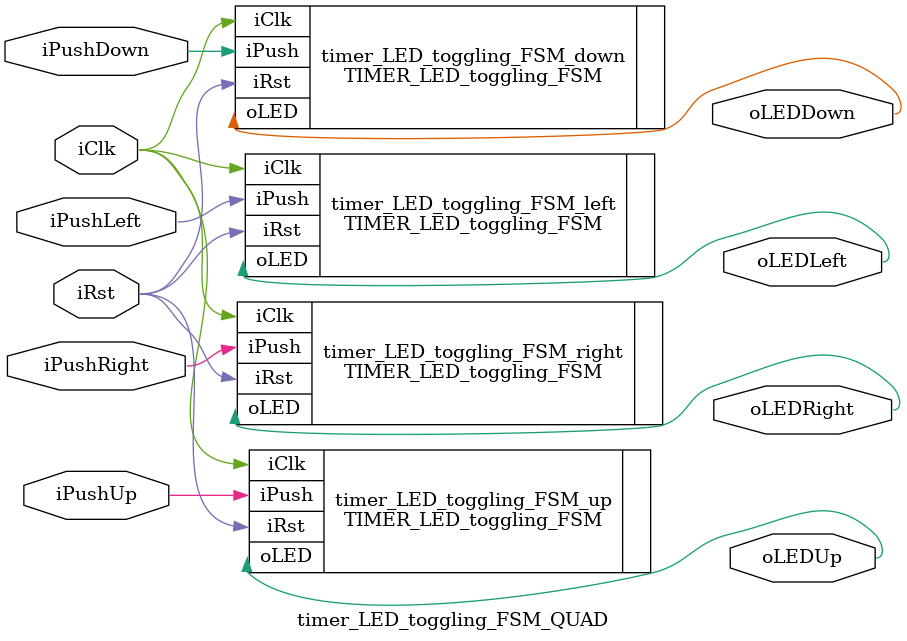
<source format=v>
`timescale 1ns / 1ps


module timer_LED_toggling_FSM_QUAD(
  input   wire  iClk, iRst, iPushUp, iPushDown, iPushLeft, iPushRight,
  output  wire  oLEDUp, oLEDDown, oLEDLeft, oLEDRight
    );
    
    TIMER_LED_toggling_FSM timer_LED_toggling_FSM_up(
    .iClk(iClk),
    .iRst(iRst),
    .iPush(iPushUp),
    .oLED(oLEDUp)
    );
    
    TIMER_LED_toggling_FSM timer_LED_toggling_FSM_down(
    .iClk(iClk),
    .iRst(iRst),
    .iPush(iPushDown),
    .oLED(oLEDDown)
    );
    
    TIMER_LED_toggling_FSM timer_LED_toggling_FSM_left(
    .iClk(iClk),
    .iRst(iRst),
    .iPush(iPushLeft),
    .oLED(oLEDLeft)
    );
    
    TIMER_LED_toggling_FSM timer_LED_toggling_FSM_right(
    .iClk(iClk),
    .iRst(iRst),
    .iPush(iPushRight),
    .oLED(oLEDRight)
    );
    
    
    
endmodule

</source>
